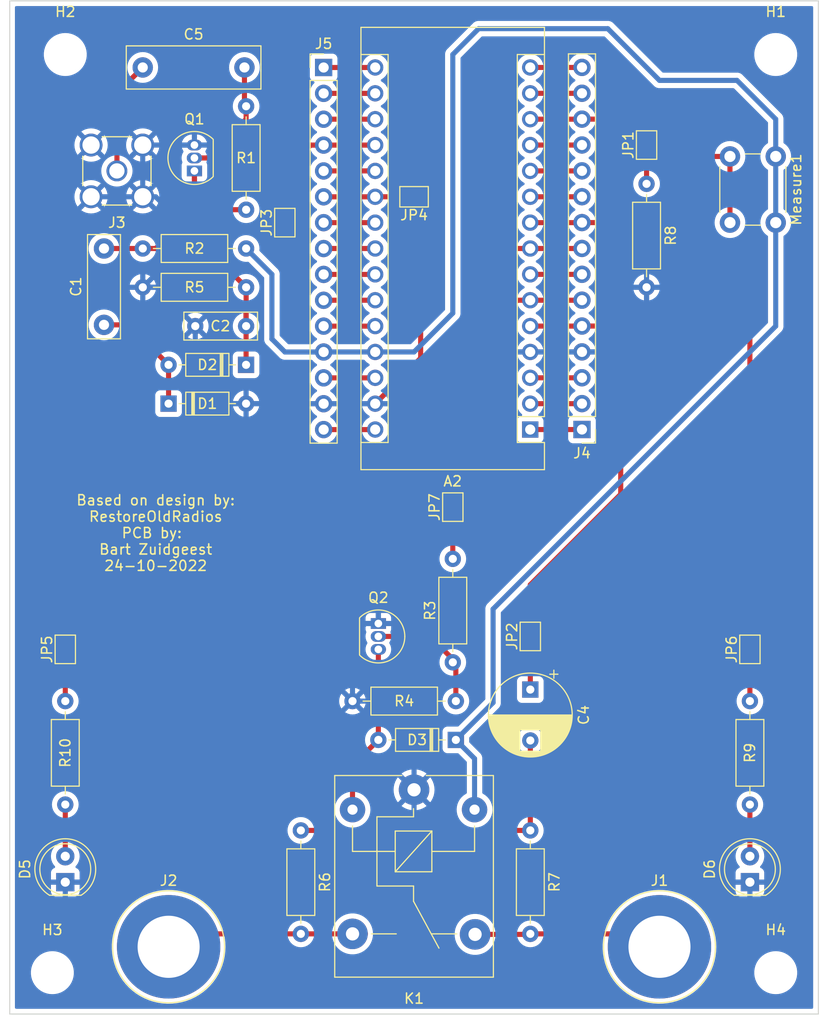
<source format=kicad_pcb>
(kicad_pcb (version 20211014) (generator pcbnew)
  (layers (0 "F.Cu" signal) (31 "B.Cu" signal) (34 "B.Paste" user) (35 "F.Paste" user) (36 "B.SilkS" user "B.Silkscreen") (37 "F.SilkS" user "F.Silkscreen") (38 "B.Mask" user) (39 "F.Mask" user) (44 "Edge.Cuts" user))
  (net 0 "")
  (net 1 "PIN1")
  (net 2 "PIN2")
  (net 3 "PIN3")
  (net 4 "PIN21")
  (net 5 "PIN5")
  (net 6 "PIN6")
  (net 7 "PIN7")
  (net 8 "PIN8")
  (net 9 "PIN9")
  (net 10 "PIN10")
  (net 11 "PIN11")
  (net 12 "PIN12")
  (net 13 "PIN13")
  (net 14 "PIN14")
  (net 15 "PIN15")
  (net 16 "PIN16")
  (net 17 "PINGND")
  (net 18 "PIN18")
  (net 19 "PIN19")
  (net 20 "PIN20")
  (net 21 "PIN22")
  (net 22 "PIN23")
  (net 23 "PIN24")
  (net 24 "PIN25")
  (net 25 "PIN26")
  (net 26 "Net-(C2-Pad1)")
  (net 27 "PIN28")
  (net 28 "Net-(C4-Pad1)")
  (net 29 "Net-(C1-Pad1)")
  (net 30 "Net-(C1-Pad2)")
  (net 31 "Net-(C4-Pad2)")
  (net 32 "Net-(C5-Pad1)")
  (net 33 "Net-(C5-Pad2)")
  (net 34 "Net-(D3-Pad2)")
  (net 35 "Net-(D5-Pad2)")
  (net 36 "Net-(D6-Pad2)")
  (net 37 "PIN17")
  (net 38 "PIN27")
  (net 39 "PIN30")
  (net 40 "Net-(J1-Pad1)")
  (net 41 "Net-(J2-Pad1)")
  (net 42 "Net-(Q2-Pad2)")
  (net 43 "Net-(JP1-Pad1)")
  (net 44 "Net-(JP5-Pad1)")
  (net 45 "Net-(JP6-Pad1)")
  (net 46 "Net-(JP7-Pad1)")
  (footprint "LED_THT:LED_D5.0mm" (layer "F.Cu") (at 128.27 146.05 90)
    (fp_text reference "D6" (at 1.27 -3.96 90) (layer "F.SilkS"))
    (fp_text value "LED_RIGHT")
    (pad "1" thru_hole rect (at 0 0 90) (size 1.8 1.8) (drill 0.9) (layers *.Cu *.Mask) (net 17 "PINGND"))
    (pad "2" thru_hole circle (at 2.54 0 90) (size 1.8 1.8) (drill 0.9) (layers *.Cu *.Mask) (net 36 "Net-(D6-Pad2)"))
  )
  (footprint "Jumper:SolderJumper-2_P1.3mm_Bridged_Pad1.0x1.5mm" (layer "F.Cu") (at 60.96 123.19 90)
    (fp_text reference "JP5" (at 0 -1.8 90) (layer "F.SilkS"))
    (fp_text value " ")
    (fp_poly (pts (xy -0.25 -0.3) (xy 0.25 -0.3) (xy 0.25 0.3) (xy -0.25 0.3)) (layer "F.Cu") (width 0) (fill solid))
    (pad "1" smd rect (at -0.65 0 90) (size 1 1.5) (layers "F.Cu" "F.Mask") (net 44 "Net-(JP5-Pad1)"))
    (pad "2" smd rect (at 0.65 0 90) (size 1 1.5) (layers "F.Cu" "F.Mask") (net 8 "PIN8"))
  )
  (footprint "Connector:Banana_Jack_1Pin" (layer "F.Cu") (at 71.12 152.4)
    (fp_text reference "J2" (at 0 -6.5) (layer "F.SilkS"))
    (fp_text value "Red")
    (pad "1" thru_hole circle (at 0 0) (size 10.16 10.16) (drill 6.1) (layers *.Cu *.Mask) (net 41 "Net-(J2-Pad1)"))
  )
  (footprint "Diode_THT:D_DO-35_SOD27_P7.62mm_Horizontal" (layer "F.Cu") (at 71.115 99.055)
    (fp_text reference "D1" (at 3.81 0) (layer "F.SilkS"))
    (fp_text value "1N34A")
    (pad "1" thru_hole rect (at 0 0) (size 1.6 1.6) (drill 0.8) (layers *.Cu *.Mask) (net 29 "Net-(C1-Pad1)"))
    (pad "2" thru_hole oval (at 7.62 0) (size 1.6 1.6) (drill 0.8) (layers *.Cu *.Mask) (net 17 "PINGND"))
  )
  (footprint "Resistor_THT:R_Axial_DIN0207_L6.3mm_D2.5mm_P10.16mm_Horizontal" (layer "F.Cu") (at 106.68 140.97 -90)
    (fp_text reference "R7" (at 5.08 -2.37 90) (layer "F.SilkS"))
    (fp_text value "R")
    (pad "1" thru_hole circle (at 0 0 270) (size 1.6 1.6) (drill 0.8) (layers *.Cu *.Mask) (net 31 "Net-(C4-Pad2)"))
    (pad "2" thru_hole oval (at 10.16 0 270) (size 1.6 1.6) (drill 0.8) (layers *.Cu *.Mask) (net 40 "Net-(J1-Pad1)"))
  )
  (footprint "Resistor_THT:R_Axial_DIN0207_L6.3mm_D2.5mm_P10.16mm_Horizontal" (layer "F.Cu") (at 99.06 124.46 90)
    (fp_text reference "R3" (at 5.08 -2.24 90) (layer "F.SilkS"))
    (fp_text value "R")
    (pad "1" thru_hole circle (at 0 0 90) (size 1.6 1.6) (drill 0.8) (layers *.Cu *.Mask) (net 42 "Net-(Q2-Pad2)"))
    (pad "2" thru_hole oval (at 10.16 0 90) (size 1.6 1.6) (drill 0.8) (layers *.Cu *.Mask) (net 46 "Net-(JP7-Pad1)"))
  )
  (footprint "Jumper:SolderJumper-2_P1.3mm_Bridged_Pad1.0x1.5mm" (layer "F.Cu") (at 128.27 123.19 90)
    (fp_text reference "JP6" (at 0 -1.8 90) (layer "F.SilkS"))
    (fp_text value " ")
    (fp_poly (pts (xy -0.25 -0.3) (xy 0.25 -0.3) (xy 0.25 0.3) (xy -0.25 0.3)) (layer "F.Cu") (width 0) (fill solid))
    (pad "1" smd rect (at -0.65 0 90) (size 1 1.5) (layers "F.Cu" "F.Mask") (net 45 "Net-(JP6-Pad1)"))
    (pad "2" smd rect (at 0.65 0 90) (size 1 1.5) (layers "F.Cu" "F.Mask") (net 9 "PIN9"))
  )
  (footprint "Resistor_THT:R_Axial_DIN0207_L6.3mm_D2.5mm_P10.16mm_Horizontal" (layer "F.Cu") (at 78.74 87.63 180)
    (fp_text reference "R5" (at 5.08 0) (layer "F.SilkS"))
    (fp_text value "R")
    (pad "1" thru_hole circle (at 0 0 180) (size 1.6 1.6) (drill 0.8) (layers *.Cu *.Mask) (net 26 "Net-(C2-Pad1)"))
    (pad "2" thru_hole oval (at 10.16 0 180) (size 1.6 1.6) (drill 0.8) (layers *.Cu *.Mask) (net 17 "PINGND"))
  )
  (footprint "Capacitor_THT:CP_Radial_D8.0mm_P5.00mm" (layer "F.Cu") (at 106.68 127.137349 -90)
    (fp_text reference "C4" (at 2.5 -5.25 90) (layer "F.SilkS"))
    (fp_text value "330uf")
    (pad "1" thru_hole rect (at 0 0 270) (size 1.6 1.6) (drill 0.8) (layers *.Cu *.Mask) (net 28 "Net-(C4-Pad1)"))
    (pad "2" thru_hole circle (at 5 0 270) (size 1.6 1.6) (drill 0.8) (layers *.Cu *.Mask) (net 31 "Net-(C4-Pad2)"))
  )
  (footprint "LED_THT:LED_D5.0mm" (layer "F.Cu") (at 60.96 146.05 90)
    (fp_text reference "D5" (at 1.27 -3.96 90) (layer "F.SilkS"))
    (fp_text value "LED_LEFT")
    (pad "1" thru_hole rect (at 0 0 90) (size 1.8 1.8) (drill 0.9) (layers *.Cu *.Mask) (net 17 "PINGND"))
    (pad "2" thru_hole circle (at 2.54 0 90) (size 1.8 1.8) (drill 0.9) (layers *.Cu *.Mask) (net 35 "Net-(D5-Pad2)"))
  )
  (footprint "MountingHole:MountingHole_3.2mm_M3" (layer "F.Cu") (at 130.81 154.94)
    (fp_text reference "H4" (at 0 -4.2) (layer "F.SilkS"))
    (fp_text value "MountingHole")
    (pad "" np_thru_hole circle (at 0 0) (size 3.2 3.2) (drill 3.2) (layers *.Cu *.Mask))
  )
  (footprint "Jumper:SolderJumper-2_P1.3mm_Bridged_Pad1.0x1.5mm" (layer "F.Cu") (at 118.11 73.66 90)
    (fp_text reference "JP1" (at 0 -1.8 90) (layer "F.SilkS"))
    (fp_text value " ")
    (fp_poly (pts (xy -0.25 -0.3) (xy 0.25 -0.3) (xy 0.25 0.3) (xy -0.25 0.3)) (layer "F.Cu") (width 0) (fill solid))
    (pad "1" smd rect (at -0.65 0 90) (size 1 1.5) (layers "F.Cu" "F.Mask") (net 43 "Net-(JP1-Pad1)"))
    (pad "2" smd rect (at 0.65 0 90) (size 1 1.5) (layers "F.Cu" "F.Mask") (net 13 "PIN13"))
  )
  (footprint "Capacitor_THT:C_Rect_L13.0mm_W4.0mm_P10.00mm_FKS3_FKP3_MKS4" (layer "F.Cu") (at 68.575 66.04)
    (fp_text reference "C5" (at 5 -3.25) (layer "F.SilkS"))
    (fp_text value "0.15uf")
    (pad "1" thru_hole circle (at 0 0) (size 2 2) (drill 1) (layers *.Cu *.Mask) (net 32 "Net-(C5-Pad1)"))
    (pad "2" thru_hole circle (at 10 0) (size 2 2) (drill 1) (layers *.Cu *.Mask) (net 33 "Net-(C5-Pad2)"))
  )
  (footprint "MountingHole:MountingHole_3.2mm_M3" (layer "F.Cu") (at 60.96 64.77)
    (fp_text reference "H2" (at 0 -4.2) (layer "F.SilkS"))
    (fp_text value "MountingHole")
    (pad "" np_thru_hole circle (at 0 0) (size 3.2 3.2) (drill 3.2) (layers *.Cu *.Mask))
  )
  (footprint "Resistor_THT:R_Axial_DIN0207_L6.3mm_D2.5mm_P10.16mm_Horizontal" (layer "F.Cu") (at 78.74 83.82 180)
    (fp_text reference "R2" (at 5.08 0) (layer "F.SilkS"))
    (fp_text value "R")
    (pad "1" thru_hole circle (at 0 0 180) (size 1.6 1.6) (drill 0.8) (layers *.Cu *.Mask) (net 38 "PIN27"))
    (pad "2" thru_hole oval (at 10.16 0 180) (size 1.6 1.6) (drill 0.8) (layers *.Cu *.Mask) (net 30 "Net-(C1-Pad2)"))
  )
  (footprint "Capacitor_THT:C_Rect_L7.0mm_W2.5mm_P5.00mm" (layer "F.Cu") (at 78.74 91.44 180)
    (fp_text reference "C2" (at 2.535 0 180) (layer "F.SilkS"))
    (fp_text value "0.47uf")
    (pad "1" thru_hole circle (at 0 0 180) (size 1.6 1.6) (drill 0.8) (layers *.Cu *.Mask) (net 26 "Net-(C2-Pad1)"))
    (pad "2" thru_hole circle (at 5 0 180) (size 1.6 1.6) (drill 0.8) (layers *.Cu *.Mask) (net 17 "PINGND"))
  )
  (footprint "Connector:Banana_Jack_1Pin" (layer "F.Cu") (at 119.38 152.4)
    (fp_text reference "J1" (at 0 -6.5) (layer "F.SilkS"))
    (fp_text value "Black")
    (pad "1" thru_hole circle (at 0 0) (size 10.16 10.16) (drill 6.1) (layers *.Cu *.Mask) (net 40 "Net-(J1-Pad1)"))
  )
  (footprint "MountingHole:MountingHole_3.2mm_M3" (layer "F.Cu") (at 59.69 154.94)
    (fp_text reference "H3" (at 0 -4.2) (layer "F.SilkS"))
    (fp_text value "MountingHole")
    (pad "" np_thru_hole circle (at 0 0) (size 3.2 3.2) (drill 3.2) (layers *.Cu *.Mask))
  )
  (footprint "Jumper:SolderJumper-2_P1.3mm_Bridged_Pad1.0x1.5mm" (layer "F.Cu") (at 82.545 81.28 90)
    (fp_text reference "JP3" (at 0 -1.8 90) (layer "F.SilkS"))
    (fp_text value " ")
    (fp_poly (pts (xy -0.25 -0.3) (xy 0.25 -0.3) (xy 0.25 0.3) (xy -0.25 0.3)) (layer "F.Cu") (width 0) (fill solid))
    (pad "1" smd rect (at -0.65 0 90) (size 1 1.5) (layers "F.Cu" "F.Mask") (net 26 "Net-(C2-Pad1)"))
    (pad "2" smd rect (at 0.65 0 90) (size 1 1.5) (layers "F.Cu" "F.Mask") (net 19 "PIN19"))
  )
  (footprint "Diode_THT:D_DO-35_SOD27_P7.62mm_Horizontal" (layer "F.Cu") (at 78.735 95.245 180)
    (fp_text reference "D2" (at 3.81 0) (layer "F.SilkS"))
    (fp_text value "1N34A")
    (pad "1" thru_hole rect (at 0 0 180) (size 1.6 1.6) (drill 0.8) (layers *.Cu *.Mask) (net 26 "Net-(C2-Pad1)"))
    (pad "2" thru_hole oval (at 7.62 0 180) (size 1.6 1.6) (drill 0.8) (layers *.Cu *.Mask) (net 29 "Net-(C1-Pad1)"))
  )
  (footprint "Diode_THT:D_DO-35_SOD27_P7.62mm_Horizontal" (layer "F.Cu") (at 99.36 132.08 180)
    (fp_text reference "D3" (at 3.81 0) (layer "F.SilkS"))
    (fp_text value "1N4148")
    (pad "1" thru_hole rect (at 0 0 180) (size 1.6 1.6) (drill 0.8) (layers *.Cu *.Mask) (net 38 "PIN27"))
    (pad "2" thru_hole oval (at 7.62 0 180) (size 1.6 1.6) (drill 0.8) (layers *.Cu *.Mask) (net 34 "Net-(D3-Pad2)"))
  )
  (footprint "Connector_PinHeader_2.54mm:PinHeader_1x15_P2.54mm_Vertical" (layer "F.Cu") (at 86.36 66.045)
    (fp_text reference "J5" (at 0 -2.33) (layer "F.SilkS"))
    (fp_text value "Conn_01x15_Male")
    (pad "1" thru_hole rect (at 0 0) (size 1.7 1.7) (drill 1) (layers *.Cu *.Mask) (net 16 "PIN16"))
    (pad "2" thru_hole oval (at 0 2.54) (size 1.7 1.7) (drill 1) (layers *.Cu *.Mask) (net 37 "PIN17"))
    (pad "3" thru_hole oval (at 0 5.08) (size 1.7 1.7) (drill 1) (layers *.Cu *.Mask) (net 18 "PIN18"))
    (pad "4" thru_hole oval (at 0 7.62) (size 1.7 1.7) (drill 1) (layers *.Cu *.Mask) (net 19 "PIN19"))
    (pad "5" thru_hole oval (at 0 10.16) (size 1.7 1.7) (drill 1) (layers *.Cu *.Mask) (net 20 "PIN20"))
    (pad "6" thru_hole oval (at 0 12.7) (size 1.7 1.7) (drill 1) (layers *.Cu *.Mask) (net 4 "PIN21"))
    (pad "7" thru_hole oval (at 0 15.24) (size 1.7 1.7) (drill 1) (layers *.Cu *.Mask) (net 21 "PIN22"))
    (pad "8" thru_hole oval (at 0 17.78) (size 1.7 1.7) (drill 1) (layers *.Cu *.Mask) (net 22 "PIN23"))
    (pad "9" thru_hole oval (at 0 20.32) (size 1.7 1.7) (drill 1) (layers *.Cu *.Mask) (net 23 "PIN24"))
    (pad "10" thru_hole oval (at 0 22.86) (size 1.7 1.7) (drill 1) (layers *.Cu *.Mask) (net 24 "PIN25"))
    (pad "11" thru_hole oval (at 0 25.4) (size 1.7 1.7) (drill 1) (layers *.Cu *.Mask) (net 25 "PIN26"))
    (pad "12" thru_hole oval (at 0 27.94) (size 1.7 1.7) (drill 1) (layers *.Cu *.Mask) (net 38 "PIN27"))
    (pad "13" thru_hole oval (at 0 30.48) (size 1.7 1.7) (drill 1) (layers *.Cu *.Mask) (net 27 "PIN28"))
    (pad "14" thru_hole oval (at 0 33.02) (size 1.7 1.7) (drill 1) (layers *.Cu *.Mask) (net 17 "PINGND"))
    (pad "15" thru_hole oval (at 0 35.56) (size 1.7 1.7) (drill 1) (layers *.Cu *.Mask) (net 39 "PIN30"))
  )
  (footprint "Package_TO_SOT_THT:TO-92_Inline" (layer "F.Cu") (at 73.655 76.2 90)
    (fp_text reference "Q1" (at 5.08 0 180) (layer "F.SilkS"))
    (fp_text value "BC547")
    (pad "1" thru_hole rect (at 0 0 90) (size 1.05 1.5) (drill 0.75) (layers *.Cu *.Mask) (net 30 "Net-(C1-Pad2)"))
    (pad "2" thru_hole oval (at 1.27 0 90) (size 1.05 1.5) (drill 0.75) (layers *.Cu *.Mask) (net 33 "Net-(C5-Pad2)"))
    (pad "3" thru_hole oval (at 2.54 0 90) (size 1.05 1.5) (drill 0.75) (layers *.Cu *.Mask) (net 17 "PINGND"))
  )
  (footprint "Relay_THT:Relay_SPDT_SANYOU_SRD_Series_Form_C" (layer "F.Cu") (at 95.25 136.98 -90)
    (fp_text reference "K1" (at 20.5 0 180) (layer "F.SilkS"))
    (fp_text value "SANYOU_SRD_Form_C")
    (pad "1" thru_hole circle (at 0 0) (size 3 3) (drill 1.3) (layers *.Cu *.Mask) (net 17 "PINGND"))
    (pad "2" thru_hole circle (at 1.95 6.05) (size 2.5 2.5) (drill 1) (layers *.Cu *.Mask) (net 34 "Net-(D3-Pad2)"))
    (pad "3" thru_hole circle (at 14.15 6.05) (size 3 3) (drill 1.3) (layers *.Cu *.Mask) (net 41 "Net-(J2-Pad1)"))
    (pad "4" thru_hole circle (at 14.2 -6) (size 3 3) (drill 1.3) (layers *.Cu *.Mask) (net 40 "Net-(J1-Pad1)"))
    (pad "5" thru_hole circle (at 1.95 -5.95) (size 2.5 2.5) (drill 1) (layers *.Cu *.Mask) (net 38 "PIN27"))
  )
  (footprint "Connector_PinHeader_2.54mm:PinHeader_1x15_P2.54mm_Vertical" (layer "F.Cu") (at 111.76 101.595 180)
    (fp_text reference "J4" (at 0 -2.33) (layer "F.SilkS"))
    (fp_text value "Conn_01x15_Male")
    (pad "1" thru_hole rect (at 0 0 180) (size 1.7 1.7) (drill 1) (layers *.Cu *.Mask) (net 1 "PIN1"))
    (pad "2" thru_hole oval (at 0 2.54 180) (size 1.7 1.7) (drill 1) (layers *.Cu *.Mask) (net 2 "PIN2"))
    (pad "3" thru_hole oval (at 0 5.08 180) (size 1.7 1.7) (drill 1) (layers *.Cu *.Mask) (net 3 "PIN3"))
    (pad "4" thru_hole oval (at 0 7.62 180) (size 1.7 1.7) (drill 1) (layers *.Cu *.Mask) (net 17 "PINGND"))
    (pad "5" thru_hole oval (at 0 10.16 180) (size 1.7 1.7) (drill 1) (layers *.Cu *.Mask) (net 5 "PIN5"))
    (pad "6" thru_hole oval (at 0 12.7 180) (size 1.7 1.7) (drill 1) (layers *.Cu *.Mask) (net 6 "PIN6"))
    (pad "7" thru_hole oval (at 0 15.24 180) (size 1.7 1.7) (drill 1) (layers *.Cu *.Mask) (net 7 "PIN7"))
    (pad "8" thru_hole oval (at 0 17.78 180) (size 1.7 1.7) (drill 1) (layers *.Cu *.Mask) (net 8 "PIN8"))
    (pad "9" thru_hole oval (at 0 20.32 180) (size 1.7 1.7) (drill 1) (layers *.Cu *.Mask) (net 9 "PIN9"))
    (pad "10" thru_hole oval (at 0 22.86 180) (size 1.7 1.7) (drill 1) (layers *.Cu *.Mask) (net 10 "PIN10"))
    (pad "11" thru_hole oval (at 0 25.4 180) (size 1.7 1.7) (drill 1) (layers *.Cu *.Mask) (net 11 "PIN11"))
    (pad "12" thru_hole oval (at 0 27.94 180) (size 1.7 1.7) (drill 1) (layers *.Cu *.Mask) (net 12 "PIN12"))
    (pad "13" thru_hole oval (at 0 30.48 180) (size 1.7 1.7) (drill 1) (layers *.Cu *.Mask) (net 13 "PIN13"))
    (pad "14" thru_hole oval (at 0 33.02 180) (size 1.7 1.7) (drill 1) (layers *.Cu *.Mask) (net 14 "PIN14"))
    (pad "15" thru_hole oval (at 0 35.56 180) (size 1.7 1.7) (drill 1) (layers *.Cu *.Mask) (net 15 "PIN15"))
  )
  (footprint "Resistor_THT:R_Axial_DIN0207_L6.3mm_D2.5mm_P10.16mm_Horizontal" (layer "F.Cu") (at 89.2 128.27)
    (fp_text reference "R4" (at 5.08 0) (layer "F.SilkS"))
    (fp_text value "R")
    (pad "1" thru_hole circle (at 0 0) (size 1.6 1.6) (drill 0.8) (layers *.Cu *.Mask) (net 17 "PINGND"))
    (pad "2" thru_hole oval (at 10.16 0) (size 1.6 1.6) (drill 0.8) (layers *.Cu *.Mask) (net 42 "Net-(Q2-Pad2)"))
  )
  (footprint "Jumper:SolderJumper-2_P1.3mm_Bridged_Pad1.0x1.5mm" (layer "F.Cu") (at 106.68 121.92 90)
    (fp_text reference "JP2" (at 0 -1.8 90) (layer "F.SilkS"))
    (fp_text value " ")
    (fp_poly (pts (xy -0.25 -0.3) (xy 0.25 -0.3) (xy 0.25 0.3) (xy -0.25 0.3)) (layer "F.Cu") (width 0) (fill solid))
    (pad "1" smd rect (at -0.65 0 90) (size 1 1.5) (layers "F.Cu" "F.Mask") (net 28 "Net-(C4-Pad1)"))
    (pad "2" smd rect (at 0.65 0 90) (size 1 1.5) (layers "F.Cu" "F.Mask") (net 5 "PIN5"))
  )
  (footprint "Resistor_THT:R_Axial_DIN0207_L6.3mm_D2.5mm_P10.16mm_Horizontal" (layer "F.Cu") (at 128.27 128.27 -90)
    (fp_text reference "R9" (at 5.08 0 90) (layer "F.SilkS"))
    (fp_text value "R")
    (pad "1" thru_hole circle (at 0 0 270) (size 1.6 1.6) (drill 0.8) (layers *.Cu *.Mask) (net 45 "Net-(JP6-Pad1)"))
    (pad "2" thru_hole oval (at 10.16 0 270) (size 1.6 1.6) (drill 0.8) (layers *.Cu *.Mask) (net 36 "Net-(D6-Pad2)"))
  )
  (footprint "Resistor_THT:R_Axial_DIN0207_L6.3mm_D2.5mm_P10.16mm_Horizontal" (layer "F.Cu") (at 78.74 80.01 90)
    (fp_text reference "R1" (at 5.08 0 180) (layer "F.SilkS"))
    (fp_text value "R")
    (pad "1" thru_hole circle (at 0 0 90) (size 1.6 1.6) (drill 0.8) (layers *.Cu *.Mask) (net 30 "Net-(C1-Pad2)"))
    (pad "2" thru_hole oval (at 10.16 0 90) (size 1.6 1.6) (drill 0.8) (layers *.Cu *.Mask) (net 33 "Net-(C5-Pad2)"))
  )
  (footprint "Jumper:SolderJumper-2_P1.3mm_Bridged_Pad1.0x1.5mm" (layer "F.Cu") (at 99.06 109.22 90)
    (fp_text reference "JP7" (at 0 -1.8 90) (layer "F.SilkS"))
    (fp_text value " ")
    (fp_poly (pts (xy -0.25 -0.3) (xy 0.25 -0.3) (xy 0.25 0.3) (xy -0.25 0.3)) (layer "F.Cu") (width 0) (fill solid))
    (pad "1" smd rect (at -0.65 0 90) (size 1 1.5) (layers "F.Cu" "F.Mask") (net 46 "Net-(JP7-Pad1)"))
    (pad "2" smd rect (at 0.65 0 90) (size 1 1.5) (layers "F.Cu" "F.Mask") (net 6 "PIN6"))
  )
  (footprint "Package_TO_SOT_THT:TO-92_Inline" (layer "F.Cu") (at 91.74 120.65 -90)
    (fp_text reference "Q2" (at -2.54 0 180) (layer "F.SilkS"))
    (fp_text value "2N3904")
    (pad "1" thru_hole rect (at 0 0 270) (size 1.05 1.5) (drill 0.75) (layers *.Cu *.Mask) (net 17 "PINGND"))
    (pad "2" thru_hole oval (at 1.27 0 270) (size 1.05 1.5) (drill 0.75) (layers *.Cu *.Mask) (net 42 "Net-(Q2-Pad2)"))
    (pad "3" thru_hole oval (at 2.54 0 270) (size 1.05 1.5) (drill 0.75) (layers *.Cu *.Mask) (net 34 "Net-(D3-Pad2)"))
  )
  (footprint "MountingHole:MountingHole_3.2mm_M3" (layer "F.Cu") (at 130.81 64.77)
    (fp_text reference "H1" (at 0 -4.2) (layer "F.SilkS"))
    (fp_text value "MountingHole")
    (pad "" np_thru_hole circle (at 0 0) (size 3.2 3.2) (drill 3.2) (layers *.Cu *.Mask))
  )
  (footprint "Button_Switch_THT:SW_PUSH_6mm" (layer "F.Cu") (at 130.81 74.78 -90)
    (fp_text reference "Measure1" (at 3.25 -2 90) (layer "F.SilkS"))
    (fp_text value "SW_Push")
    (pad "1" thru_hole circle (at 0 0) (size 2 2) (drill 1.1) (layers *.Cu *.Mask) (net 38 "PIN27"))
    (pad "1" thru_hole circle (at 6.5 0) (size 2 2) (drill 1.1) (layers *.Cu *.Mask) (net 38 "PIN27"))
    (pad "2" thru_hole circle (at 0 4.5) (size 2 2) (drill 1.1) (layers *.Cu *.Mask) (net 43 "Net-(JP1-Pad1)"))
    (pad "2" thru_hole circle (at 6.5 4.5) (size 2 2) (drill 1.1) (layers *.Cu *.Mask) (net 43 "Net-(JP1-Pad1)"))
  )
  (footprint "Resistor_THT:R_Axial_DIN0207_L6.3mm_D2.5mm_P10.16mm_Horizontal" (layer "F.Cu") (at 118.11 77.47 -90)
    (fp_text reference "R8" (at 5.08 -2.37 90) (layer "F.SilkS"))
    (fp_text value "R")
    (pad "1" thru_hole circle (at 0 0 270) (size 1.6 1.6) (drill 0.8) (layers *.Cu *.Mask) (net 43 "Net-(JP1-Pad1)"))
    (pad "2" thru_hole oval (at 10.16 0 270) (size 1.6 1.6) (drill 0.8) (layers *.Cu *.Mask) (net 17 "PINGND"))
  )
  (footprint "Module:Arduino_Nano" (layer "F.Cu") (at 106.67 101.6 180)
    (fp_text reference "A2" (at 7.62 -5.08) (layer "F.SilkS"))
    (fp_text value "Arduino_Nano_Every")
    (pad "1" thru_hole rect (at 0 0 180) (size 1.6 1.6) (drill 1) (layers *.Cu *.Mask) (net 1 "PIN1"))
    (pad "2" thru_hole oval (at 0 2.54 180) (size 1.6 1.6) (drill 1) (layers *.Cu *.Mask) (net 2 "PIN2"))
    (pad "3" thru_hole oval (at 0 5.08 180) (size 1.6 1.6) (drill 1) (layers *.Cu *.Mask) (net 3 "PIN3"))
    (pad "4" thru_hole oval (at 0 7.62 180) (size 1.6 1.6) (drill 1) (layers *.Cu *.Mask) (net 17 "PINGND"))
    (pad "5" thru_hole oval (at 0 10.16 180) (size 1.6 1.6) (drill 1) (layers *.Cu *.Mask) (net 5 "PIN5"))
    (pad "6" thru_hole oval (at 0 12.7 180) (size 1.6 1.6) (drill 1) (layers *.Cu *.Mask) (net 6 "PIN6"))
    (pad "7" thru_hole oval (at 0 15.24 180) (size 1.6 1.6) (drill 1) (layers *.Cu *.Mask) (net 7 "PIN7"))
    (pad "8" thru_hole oval (at 0 17.78 180) (size 1.6 1.6) (drill 1) (layers *.Cu *.Mask) (net 8 "PIN8"))
    (pad "9" thru_hole oval (at 0 20.32 180) (size 1.6 1.6) (drill 1) (layers *.Cu *.Mask) (net 9 "PIN9"))
    (pad "10" thru_hole oval (at 0 22.86 180) (size 1.6 1.6) (drill 1) (layers *.Cu *.Mask) (net 10 "PIN10"))
    (pad "11" thru_hole oval (at 0 25.4 180) (size 1.6 1.6) (drill 1) (layers *.Cu *.Mask) (net 11 "PIN11"))
    (pad "12" thru_hole oval (at 0 27.94 180) (size 1.6 1.6) (drill 1) (layers *.Cu *.Mask) (net 12 "PIN12"))
    (pad "13" thru_hole oval (at 0 30.48 180) (size 1.6 1.6) (drill 1) (layers *.Cu *.Mask) (net 13 "PIN13"))
    (pad "14" thru_hole oval (at 0 33.02 180) (size 1.6 1.6) (drill 1) (layers *.Cu *.Mask) (net 14 "PIN14"))
    (pad "15" thru_hole oval (at 0 35.56 180) (size 1.6 1.6) (drill 1) (layers *.Cu *.Mask) (net 15 "PIN15"))
    (pad "16" thru_hole oval (at 15.24 35.56 180) (size 1.6 1.6) (drill 1) (layers *.Cu *.Mask) (net 16 "PIN16"))
    (pad "17" thru_hole oval (at 15.24 33.02 180) (size 1.6 1.6) (drill 1) (layers *.Cu *.Mask) (net 37 "PIN17"))
    (pad "18" thru_hole oval (at 15.24 30.48 180) (size 1.6 1.6) (drill 1) (layers *.Cu *.Mask) (net 18 "PIN18"))
    (pad "19" thru_hole oval (at 15.24 27.94 180) (size 1.6 1.6) (drill 1) (layers *.Cu *.Mask) (net 19 "PIN19"))
    (pad "20" thru_hole oval (at 15.24 25.4 180) (size 1.6 1.6) (drill 1) (layers *.Cu *.Mask) (net 20 "PIN20"))
    (pad "21" thru_hole oval (at 15.24 22.86 180) (size 1.6 1.6) (drill 1) (layers *.Cu *.Mask) (net 4 "PIN21"))
    (pad "22" thru_hole oval (at 15.24 20.32 180) (size 1.6 1.6) (drill 1) (layers *.Cu *.Mask) (net 21 "PIN22"))
    (pad "23" thru_hole oval (at 15.24 17.78 180) (size 1.6 1.6) (drill 1) (layers *.Cu *.Mask) (net 22 "PIN23"))
    (pad "24" thru_hole oval (at 15.24 15.24 180) (size 1.6 1.6) (drill 1) (layers *.Cu *.Mask) (net 23 "PIN24"))
    (pad "25" thru_hole oval (at 15.24 12.7 180) (size 1.6 1.6) (drill 1) (layers *.Cu *.Mask) (net 24 "PIN25"))
    (pad "26" thru_hole oval (at 15.24 10.16 180) (size 1.6 1.6) (drill 1) (layers *.Cu *.Mask) (net 25 "PIN26"))
    (pad "27" thru_hole oval (at 15.24 7.62 180) (size 1.6 1.6) (drill 1) (layers *.Cu *.Mask) (net 38 "PIN27"))
    (pad "28" thru_hole oval (at 15.24 5.08 180) (size 1.6 1.6) (drill 1) (layers *.Cu *.Mask) (net 27 "PIN28"))
    (pad "29" thru_hole oval (at 15.24 2.54 180) (size 1.6 1.6) (drill 1) (layers *.Cu *.Mask) (net 17 "PINGND"))
    (pad "30" thru_hole oval (at 15.24 0 180) (size 1.6 1.6) (drill 1) (layers *.Cu *.Mask) (net 39 "PIN30"))
  )
  (footprint "Jumper:SolderJumper-2_P1.3mm_Bridged_Pad1.0x1.5mm" (layer "F.Cu") (at 95.25 78.74 180)
    (fp_text reference "JP4" (at 0 -1.8) (layer "F.SilkS"))
    (fp_text value " ")
    (fp_poly (pts (xy -0.25 -0.3) (xy 0.25 -0.3) (xy 0.25 0.3) (xy -0.25 0.3)) (layer "F.Cu") (width 0) (fill solid))
    (pad "1" smd rect (at -0.65 0 180) (size 1 1.5) (layers "F.Cu" "F.Mask") (net 17 "PINGND"))
    (pad "2" smd rect (at 0.65 0 180) (size 1 1.5) (layers "F.Cu" "F.Mask") (net 4 "PIN21"))
  )
  (footprint "Resistor_THT:R_Axial_DIN0207_L6.3mm_D2.5mm_P10.16mm_Horizontal" (layer "F.Cu") (at 84.12 140.97 -90)
    (fp_text reference "R6" (at 5.08 -2.37 90) (layer "F.SilkS"))
    (fp_text value "R")
    (pad "1" thru_hole circle (at 0 0 270) (size 1.6 1.6) (drill 0.8) (layers *.Cu *.Mask) (net 31 "Net-(C4-Pad2)"))
    (pad "2" thru_hole oval (at 10.16 0 270) (size 1.6 1.6) (drill 0.8) (layers *.Cu *.Mask) (net 41 "Net-(J2-Pad1)"))
  )
  (footprint "Capacitor_THT:C_Rect_L10.0mm_W3.0mm_P7.50mm_MKS4" (layer "F.Cu") (at 64.765 91.32 90)
    (fp_text reference "C1" (at 3.75 -2.75 90) (layer "F.SilkS"))
    (fp_text value "0.01uf")
    (pad "1" thru_hole circle (at 0 0 90) (size 2 2) (drill 1) (layers *.Cu *.Mask) (net 29 "Net-(C1-Pad1)"))
    (pad "2" thru_hole circle (at 7.5 0 90) (size 2 2) (drill 1) (layers *.Cu *.Mask) (net 30 "Net-(C1-Pad2)"))
  )
  (footprint "Connector_Coaxial:SMA_Amphenol_901-144_Vertical" (layer "F.Cu") (at 66.035 76.2 90)
    (fp_text reference "J3" (at -5.08 0 180) (layer "F.SilkS"))
    (fp_text value "Signal")
    (pad "1" thru_hole circle (at 0 0 90) (size 2.05 2.05) (drill 1.5) (layers *.Cu *.Mask) (net 32 "Net-(C5-Pad1)"))
    (pad "2" thru_hole circle (at 2.54 2.54 90) (size 2.25 2.25) (drill 1.7) (layers *.Cu *.Mask) (net 17 "PINGND"))
    (pad "2" thru_hole circle (at -2.54 2.54 90) (size 2.25 2.25) (drill 1.7) (layers *.Cu *.Mask) (net 17 "PINGND"))
    (pad "2" thru_hole circle (at -2.54 -2.54 90) (size 2.25 2.25) (drill 1.7) (layers *.Cu *.Mask) (net 17 "PINGND"))
    (pad "2" thru_hole circle (at 2.54 -2.54 90) (size 2.25 2.25) (drill 1.7) (layers *.Cu *.Mask) (net 17 "PINGND"))
  )
  (footprint "Resistor_THT:R_Axial_DIN0207_L6.3mm_D2.5mm_P10.16mm_Horizontal" (layer "F.Cu") (at 60.96 138.43 90)
    (fp_text reference "R10" (at 5.08 0 90) (layer "F.SilkS"))
    (fp_text value "R")
    (pad "1" thru_hole circle (at 0 0 90) (size 1.6 1.6) (drill 0.8) (layers *.Cu *.Mask) (net 35 "Net-(D5-Pad2)"))
    (pad "2" thru_hole oval (at 10.16 0 90) (size 1.6 1.6) (drill 0.8) (layers *.Cu *.Mask) (net 44 "Net-(JP5-Pad1)"))
  )
  (gr_line (start 55.5 159) (end 135 159) (layer "Edge.Cuts") (width 0.1))
  (gr_line (start 135 159) (end 135 59.5) (layer "Edge.Cuts") (width 0.1))
  (gr_line (start 135 59.5) (end 55.5 59.5) (layer "Edge.Cuts") (width 0.1))
  (gr_line (start 55.5 159) (end 55.5 59.5) (layer "Edge.Cuts") (width 0.1))
  (gr_text "Based on design by:\nRestoreOldRadios\nPCB by: \nBart Zuidgeest\n24-10-2022" (at 69.85 111.76) (layer "F.SilkS") (effects (font (size 1 1))))
  (segment (start 106.67 101.6) (end 111.755 101.6) (width 0.5) (layer "F.Cu") (net 1))
  (segment (start 111.755 101.6) (end 111.76 101.595) (width 0.5) (layer "F.Cu") (net 1))
  (segment (start 111.755 99.06) (end 111.76 99.055) (width 0.5) (layer "F.Cu") (net 2))
  (segment (start 106.67 99.06) (end 111.755 99.06) (width 0.5) (layer "F.Cu") (net 2))
  (segment (start 106.67 96.52) (end 111.755 96.52) (width 0.5) (layer "F.Cu") (net 3))
  (segment (start 111.755 96.52) (end 111.76 96.515) (width 0.5) (layer "F.Cu") (net 3))
  (segment (start 91.43 78.74) (end 94.6 78.74) (width 0.5) (layer "F.Cu") (net 4))
  (segment (start 86.36 78.745) (end 91.425 78.745) (width 0.5) (layer "F.Cu") (net 4))
  (segment (start 91.425 78.745) (end 91.43 78.74) (width 0.5) (layer "F.Cu") (net 4))
  (segment (start 114.295 91.435) (end 115.57 92.71) (width 0.5) (layer "F.Cu") (net 5))
  (segment (start 106.68 121.27) (end 106.68 116.84) (width 0.5) (layer "F.Cu") (net 5))
  (segment (start 111.755 91.44) (end 111.76 91.435) (width 0.5) (layer "F.Cu") (net 5))
  (segment (start 106.68 116.84) (end 115.57 107.95) (width 0.5) (layer "F.Cu") (net 5))
  (segment (start 106.67 91.44) (end 111.755 91.44) (width 0.5) (layer "F.Cu") (net 5))
  (segment (start 115.57 107.95) (end 115.57 92.71) (width 0.5) (layer "F.Cu") (net 5))
  (segment (start 111.76 91.435) (end 114.295 91.435) (width 0.5) (layer "F.Cu") (net 5))
  (segment (start 99.06 106.68) (end 102.87 102.87) (width 0.5) (layer "F.Cu") (net 6))
  (segment (start 99.06 108.57) (end 99.06 106.68) (width 0.5) (layer "F.Cu") (net 6))
  (segment (start 111.755 88.9) (end 111.76 88.895) (width 0.5) (layer "F.Cu") (net 6))
  (segment (start 102.87 91.44) (end 102.87 102.87) (width 0.5) (layer "F.Cu") (net 6))
  (segment (start 106.67 88.9) (end 111.755 88.9) (width 0.5) (layer "F.Cu") (net 6))
  (segment (start 105.41 88.9) (end 106.67 88.9) (width 0.5) (layer "F.Cu") (net 6))
  (segment (start 102.87 91.44) (end 105.41 88.9) (width 0.5) (layer "F.Cu") (net 6))
  (segment (start 111.755 86.36) (end 111.76 86.355) (width 0.5) (layer "F.Cu") (net 7))
  (segment (start 106.67 86.36) (end 111.755 86.36) (width 0.5) (layer "F.Cu") (net 7))
  (segment (start 100.33 86.36) (end 100.33 97.79) (width 0.5) (layer "F.Cu") (net 8))
  (segment (start 111.755 83.82) (end 111.76 83.815) (width 0.5) (layer "F.Cu") (net 8))
  (segment (start 75.58 122.54) (end 60.96 122.54) (width 0.5) (layer "F.Cu") (net 8))
  (segment (start 106.67 83.82) (end 102.87 83.82) (width 0.5) (layer "F.Cu") (net 8))
  (segment (start 102.87 83.82) (end 100.33 86.36) (width 0.5) (layer "F.Cu") (net 8))
  (segment (start 106.67 83.82) (end 111.755 83.82) (width 0.5) (layer "F.Cu") (net 8))
  (segment (start 100.33 97.79) (end 75.58 122.54) (width 0.5) (layer "F.Cu") (net 8))
  (segment (start 111.755 81.28) (end 111.76 81.275) (width 0.5) (layer "F.Cu") (net 9))
  (segment (start 128.27 88.9) (end 120.65 81.28) (width 0.5) (layer "F.Cu") (net 9))
  (segment (start 106.67 81.28) (end 111.755 81.28) (width 0.5) (layer "F.Cu") (net 9))
  (segment (start 128.27 122.54) (end 128.27 88.9) (width 0.5) (layer "F.Cu") (net 9))
  (segment (start 120.65 81.28) (end 111.76 81.275) (width 0.5) (layer "F.Cu") (net 9))
  (segment (start 106.67 78.74) (end 111.755 78.74) (width 0.5) (layer "F.Cu") (net 10))
  (segment (start 111.755 78.74) (end 111.76 78.735) (width 0.5) (layer "F.Cu") (net 10))
  (segment (start 106.67 76.2) (end 111.755 76.2) (width 0.5) (layer "F.Cu") (net 11))
  (segment (start 111.755 76.2) (end 111.76 76.195) (width 0.5) (layer "F.Cu") (net 11))
  (segment (start 111.755 73.66) (end 111.76 73.655) (width 0.5) (layer "F.Cu") (net 12))
  (segment (start 106.67 73.66) (end 111.755 73.66) (width 0.5) (layer "F.Cu") (net 12))
  (segment (start 116.215 71.115) (end 111.76 71.115) (width 0.5) (layer "F.Cu") (net 13))
  (segment (start 106.67 71.12) (end 111.755 71.12) (width 0.5) (layer "F.Cu") (net 13))
  (segment (start 111.755 71.12) (end 111.76 71.115) (width 0.5) (layer "F.Cu") (net 13))
  (segment (start 118.11 73.01) (end 116.215 71.115) (width 0.5) (layer "F.Cu") (net 13))
  (segment (start 106.67 68.58) (end 111.755 68.58) (width 0.5) (layer "F.Cu") (net 14))
  (segment (start 111.755 68.58) (end 111.76 68.575) (width 0.5) (layer "F.Cu") (net 14))
  (segment (start 106.67 66.04) (end 111.755 66.04) (width 0.5) (layer "F.Cu") (net 15))
  (segment (start 111.755 66.04) (end 111.76 66.035) (width 0.5) (layer "F.Cu") (net 15))
  (segment (start 86.36 66.045) (end 91.425 66.045) (width 0.5) (layer "F.Cu") (net 16))
  (segment (start 91.425 66.045) (end 91.43 66.04) (width 0.5) (layer "F.Cu") (net 16))
  (segment (start 95.9 78.74) (end 95.9 94.63) (width 0.5) (layer "F.Cu") (net 17))
  (segment (start 95.9 94.63) (end 95.86 94.63) (width 0.5) (layer "F.Cu") (net 17))
  (segment (start 95.86 94.63) (end 91.43 99.06) (width 0.5) (layer "F.Cu") (net 17))
  (segment (start 128.27 146.05) (end 63.5 146.05) (width 0.5) (layer "B.Cu") (net 17))
  (segment (start 93.01 128.27) (end 89.2 128.27) (width 0.5) (layer "B.Cu") (net 17))
  (segment (start 90.47 120.65) (end 89.2 121.92) (width 0.5) (layer "B.Cu") (net 17))
  (segment (start 60.96 146.05) (end 64.77 146.05) (width 0.5) (layer "B.Cu") (net 17))
  (segment (start 95.25 136.98) (end 95.25 130.51) (width 0.5) (layer "B.Cu") (net 17))
  (segment (start 76.355 99.055) (end 78.735 99.055) (width 0.5) (layer "B.Cu") (net 17))
  (segment (start 89.2 128.27) (end 89.2 121.92) (width 0.5) (layer "B.Cu") (net 17))
  (segment (start 91.43 99.06) (end 86.365 99.06) (width 0.5) (layer "B.Cu") (net 17))
  (segment (start 95.25 109.22) (end 95.25 100.33) (width 0.5) (layer "B.Cu") (net 17))
  (segment (start 71.12 85.09) (end 68.58 87.63) (width 0.5) (layer "B.Cu") (net 17))
  (segment (start 111.765 93.98) (end 111.76 93.975) (width 0.5) (layer "B.Cu") (net 17))
  (segment (start 91.74 112.73) (end 95.25 109.22) (width 0.5) (layer "B.Cu") (net 17))
  (segment (start 73.74 91.44) (end 73.74 96.44) (width 0.5) (layer "B.Cu") (net 17))
  (segment (start 118.11 90.17) (end 114.3 93.98) (width 0.5) (layer "B.Cu") (net 17))
  (segment (start 73.74 91.44) (end 69.93 87.63) (width 0.5) (layer "B.Cu") (net 17))
  (segment (start 82.545 99.065) (end 82.535 99.055) (width 0.5) (layer "B.Cu") (net 17))
  (segment (start 106.67 93.98) (end 111.755 93.98) (width 0.5) (layer "B.Cu") (net 17))
  (segment (start 68.575 73.66) (end 73.655 73.66) (width 0.5) (layer "B.Cu") (net 17))
  (segment (start 82.535 99.055) (end 78.735 99.055) (width 0.5) (layer "B.Cu") (net 17))
  (segment (start 91.74 120.65) (end 90.47 120.65) (width 0.5) (layer "B.Cu") (net 17))
  (segment (start 91.43 99.06) (end 96.52 99.06) (width 0.5) (layer "B.Cu") (net 17))
  (segment (start 68.575 78.74) (end 68.575 73.66) (width 0.5) (layer "B.Cu") (net 17))
  (segment (start 111.755 93.98) (end 111.76 93.975) (width 0.5) (layer "B.Cu") (net 17))
  (segment (start 114.3 93.98) (end 111.765 93.98) (width 0.5) (layer "B.Cu") (net 17))
  (segment (start 63.495 78.74) (end 68.575 78.74) (width 0.5) (layer "B.Cu") (net 17))
  (segment (start 95.25 130.51) (end 93.01 128.27) (width 0.5) (layer "B.Cu") (net 17))
  (segment (start 82.545 99.065) (end 86.36 99.065) (width 0.5) (layer "B.Cu") (net 17))
  (segment (start 68.575 78.74) (end 69.85 78.74) (width 0.5) (layer "B.Cu") (net 17))
  (segment (start 95.25 143.81) (end 93.01 146.05) (width 0.5) (layer "B.Cu") (net 17))
  (segment (start 71.12 80.01) (end 71.12 85.09) (width 0.5) (layer "B.Cu") (net 17))
  (segment (start 95.25 136.98) (end 95.25 143.81) (width 0.5) (layer "B.Cu") (net 17))
  (segment (start 69.93 87.63) (end 68.58 87.63) (width 0.5) (layer "B.Cu") (net 17))
  (segment (start 91.74 120.65) (end 91.74 112.73) (width 0.5) (layer "B.Cu") (net 17))
  (segment (start 96.52 99.06) (end 101.6 93.98) (width 0.5) (layer "B.Cu") (net 17))
  (segment (start 73.74 96.44) (end 76.355 99.055) (width 0.5) (layer "B.Cu") (net 17))
  (segment (start 95.25 100.33) (end 96.52 99.06) (width 0.5) (layer "B.Cu") (net 17))
  (segment (start 118.11 87.63) (end 118.11 90.17) (width 0.5) (layer "B.Cu") (net 17))
  (segment (start 101.6 93.98) (end 106.67 93.98) (width 0.5) (layer "B.Cu") (net 17))
  (segment (start 69.85 78.74) (end 71.12 80.01) (width 0.5) (layer "B.Cu") (net 17))
  (segment (start 86.365 71.12) (end 86.36 71.125) (width 0.5) (layer "F.Cu") (net 18))
  (segment (start 91.43 71.12) (end 86.365 71.12) (width 0.5) (layer "F.Cu") (net 18))
  (segment (start 82.55 77.42) (end 82.545 77.425) (width 0.5) (layer "F.Cu") (net 19))
  (segment (start 86.36 73.665) (end 85.095 73.665) (width 0.5) (layer "F.Cu") (net 19))
  (segment (start 82.55 76.2) (end 82.55 77.42) (width 0.5) (layer "F.Cu") (net 19))
  (segment (start 82.545 77.425) (end 82.545 80.63) (width 0.5) (layer "F.Cu") (net 19))
  (segment (start 85.09 73.66) (end 82.55 76.2) (width 0.5) (layer "F.Cu") (net 19))
  (segment (start 91.425 73.665) (end 91.43 73.66) (width 0.5) (layer "F.Cu") (net 19))
  (segment (start 85.095 73.665) (end 85.09 73.66) (width 0.5) (layer "F.Cu") (net 19))
  (segment (start 86.36 73.665) (end 91.425 73.665) (width 0.5) (layer "F.Cu") (net 19))
  (segment (start 86.365 76.2) (end 86.36 76.205) (width 0.5) (layer "F.Cu") (net 20))
  (segment (start 91.43 76.2) (end 86.365 76.2) (width 0.5) (layer "F.Cu") (net 20))
  (segment (start 91.43 81.28) (end 86.365 81.28) (width 0.5) (layer "F.Cu") (net 21))
  (segment (start 86.365 81.28) (end 86.36 81.285) (width 0.5) (layer "F.Cu") (net 21))
  (segment (start 86.365 83.82) (end 86.36 83.825) (width 0.5) (layer "F.Cu") (net 22))
  (segment (start 91.43 83.82) (end 86.365 83.82) (width 0.5) (layer "F.Cu") (net 22))
  (segment (start 86.36 86.365) (end 91.425 86.365) (width 0.5) (layer "F.Cu") (net 23))
  (segment (start 91.425 86.365) (end 91.43 86.36) (width 0.5) (layer "F.Cu") (net 23))
  (segment (start 86.365 88.9) (end 86.36 88.905) (width 0.5) (layer "F.Cu") (net 24))
  (segment (start 91.43 88.9) (end 86.365 88.9) (width 0.5) (layer "F.Cu") (net 24))
  (segment (start 86.36 91.445) (end 91.425 91.445) (width 0.5) (layer "F.Cu") (net 25))
  (segment (start 91.425 91.445) (end 91.43 91.44) (width 0.5) (layer "F.Cu") (net 25))
  (segment (start 78.74 91.44) (end 78.74 90.17) (width 0.5) (layer "F.Cu") (net 26))
  (segment (start 78.735 90.175) (end 78.735 95.245) (width 0.5) (layer "F.Cu") (net 26))
  (segment (start 78.74 90.17) (end 78.735 90.175) (width 0.5) (layer "F.Cu") (net 26))
  (segment (start 78.74 87.63) (end 78.74 91.44) (width 0.5) (layer "F.Cu") (net 26))
  (segment (start 76.2 82.55) (end 76.82 81.93) (width 0.5) (layer "F.Cu") (net 26))
  (segment (start 76.82 81.93) (end 82.545 81.93) (width 0.5) (layer "F.Cu") (net 26))
  (segment (start 78.74 87.63) (end 76.2 85.09) (width 0.5) (layer "F.Cu") (net 26))
  (segment (start 76.2 85.09) (end 76.2 82.55) (width 0.5) (layer "F.Cu") (net 26))
  (segment (start 91.425 96.525) (end 91.43 96.52) (width 0.5) (layer "F.Cu") (net 27))
  (segment (start 86.36 96.525) (end 91.425 96.525) (width 0.5) (layer "F.Cu") (net 27))
  (segment (start 106.68 127.137349) (end 106.68 122.22) (width 0.5) (layer "F.Cu") (net 28))
  (segment (start 67.19 91.32) (end 71.115 95.245) (width 0.5) (layer "F.Cu") (net 29))
  (segment (start 64.765 91.32) (end 67.19 91.32) (width 0.5) (layer "F.Cu") (net 29))
  (segment (start 71.115 95.245) (end 71.115 99.055) (width 0.5) (layer "F.Cu") (net 29))
  (segment (start 78.74 80.01) (end 73.655 80.01) (width 0.5) (layer "F.Cu") (net 30))
  (segment (start 73.655 80.01) (end 73.655 76.2) (width 0.5) (layer "F.Cu") (net 30))
  (segment (start 69.85 83.82) (end 68.58 83.82) (width 0.5) (layer "F.Cu") (net 30))
  (segment (start 73.66 76.205) (end 73.66 80.01) (width 0.5) (layer "F.Cu") (net 30))
  (segment (start 64.765 83.82) (end 68.58 83.82) (width 0.5) (layer "F.Cu") (net 30))
  (segment (start 73.66 80.01) (end 69.85 83.82) (width 0.5) (layer "F.Cu") (net 30))
  (segment (start 73.655 76.2) (end 73.66 76.205) (width 0.5) (layer "F.Cu") (net 30))
  (segment (start 84.12 140.97) (end 86.36 140.97) (width 0.5) (layer "F.Cu") (net 31))
  (segment (start 104.44 140.97) (end 106.98 140.97) (width 0.5) (layer "F.Cu") (net 31))
  (segment (start 104.44 140.97) (end 101.9 143.51) (width 0.5) (layer "F.Cu") (net 31))
  (segment (start 86.36 140.97) (end 88.9 143.51) (width 0.5) (layer "F.Cu") (net 31))
  (segment (start 106.68 140.97) (end 106.68 132.137349) (width 0.5) (layer "F.Cu") (net 31))
  (segment (start 101.9 143.51) (end 88.9 143.51) (width 0.5) (layer "F.Cu") (net 31))
  (segment (start 66.04 68.575) (end 68.575 66.04) (width 0.5) (layer "F.Cu") (net 32))
  (segment (start 66.035 76.2) (end 66.04 76.195) (width 0.5) (layer "F.Cu") (net 32))
  (segment (start 66.04 76.195) (end 66.04 68.575) (width 0.5) (layer "F.Cu") (net 32))
  (segment (start 78.575 69.685) (end 78.74 69.85) (width 0.5) (layer "F.Cu") (net 33))
  (segment (start 78.575 66.04) (end 78.575 69.685) (width 0.5) (layer "F.Cu") (net 33))
  (segment (start 78.74 69.85) (end 78.74 71.12) (width 0.5) (layer "F.Cu") (net 33))
  (segment (start 78.74 71.12) (end 74.93 74.93) (width 0.5) (layer "F.Cu") (net 33))
  (segment (start 74.93 74.93) (end 73.655 74.93) (width 0.5) (layer "F.Cu") (net 33))
  (segment (start 91.74 132.08) (end 91.74 123.19) (width 0.5) (layer "F.Cu") (net 34))
  (segment (start 89.2 134.62) (end 91.74 132.08) (width 0.5) (layer "F.Cu") (net 34))
  (segment (start 89.2 138.93) (end 89.2 134.62) (width 0.5) (layer "F.Cu") (net 34))
  (segment (start 60.96 138.43) (end 60.96 143.51) (width 0.5) (layer "F.Cu") (net 35))
  (segment (start 128.27 138.43) (end 128.27 143.51) (width 0.5) (layer "F.Cu") (net 36))
  (segment (start 86.36 68.585) (end 91.425 68.585) (width 0.5) (layer "F.Cu") (net 37))
  (segment (start 91.425 68.585) (end 91.43 68.58) (width 0.5) (layer "F.Cu") (net 37))
  (segment (start 81.275 86.36) (end 81.275 92.715) (width 0.5) (layer "B.Cu") (net 38))
  (segment (start 114.3 62.23) (end 119.38 67.31) (width 0.5) (layer "B.Cu") (net 38))
  (segment (start 99.36 132.08) (end 101.2 133.92) (width 0.5) (layer "B.Cu") (net 38))
  (segment (start 101.2 133.92) (end 101.2 138.93) (width 0.5) (layer "B.Cu") (net 38))
  (segment (start 82.555 93.985) (end 86.36 93.985) (width 0.5) (layer "B.Cu") (net 38))
  (segment (start 130.81 91.44) (end 103.02 119.23) (width 0.5) (layer "B.Cu") (net 38))
  (segment (start 99.36 132.08) (end 103.02 128.42) (width 0.5) (layer "B.Cu") (net 38))
  (segment (start 101.6 62.23) (end 99.06 64.77) (width 0.5) (layer "B.Cu") (net 38))
  (segment (start 130.81 81.28) (end 130.81 91.44) (width 0.5) (layer "B.Cu") (net 38))
  (segment (start 99.06 64.77) (end 99.06 90.17) (width 0.5) (layer "B.Cu") (net 38))
  (segment (start 114.3 62.23) (end 101.6 62.23) (width 0.5) (layer "B.Cu") (net 38))
  (segment (start 130.81 74.78) (end 130.81 71.12) (width 0.5) (layer "B.Cu") (net 38))
  (segment (start 130.81 81.28) (end 130.81 74.78) (width 0.5) (layer "B.Cu") (net 38))
  (segment (start 130.81 71.12) (end 127 67.31) (width 0.5) (layer "B.Cu") (net 38))
  (segment (start 127 67.31) (end 119.38 67.31) (width 0.5) (layer "B.Cu") (net 38))
  (segment (start 86.365 93.98) (end 86.36 93.985) (width 0.5) (layer "B.Cu") (net 38))
  (segment (start 78.74 83.82) (end 81.28 86.36) (width 0.5) (layer "B.Cu") (net 38))
  (segment (start 91.43 93.98) (end 86.365 93.98) (width 0.5) (layer "B.Cu") (net 38))
  (segment (start 99.06 90.17) (end 95.25 93.98) (width 0.5) (layer "B.Cu") (net 38))
  (segment (start 82.555 93.985) (end 81.285 92.715) (width 0.5) (layer "B.Cu") (net 38))
  (segment (start 95.25 93.98) (end 91.43 93.98) (width 0.5) (layer "B.Cu") (net 38))
  (segment (start 103.02 119.23) (end 103.02 128.42) (width 0.5) (layer "B.Cu") (net 38))
  (segment (start 81.285 92.715) (end 81.275 92.715) (width 0.5) (layer "B.Cu") (net 38))
  (segment (start 86.36 101.605) (end 91.425 101.605) (width 0.5) (layer "F.Cu") (net 39))
  (segment (start 91.425 101.605) (end 91.43 101.6) (width 0.5) (layer "F.Cu") (net 39))
  (segment (start 106.68 151.13) (end 118.11 151.13) (width 0.5) (layer "F.Cu") (net 40))
  (segment (start 101.25 151.18) (end 106.93 151.18) (width 0.5) (layer "F.Cu") (net 40))
  (segment (start 118.11 151.13) (end 119.38 152.4) (width 0.5) (layer "F.Cu") (net 40))
  (segment (start 84.12 151.13) (end 90.47 151.13) (width 0.5) (layer "F.Cu") (net 41))
  (segment (start 73.66 151.13) (end 72.39 152.4) (width 0.5) (layer "F.Cu") (net 41))
  (segment (start 84.12 151.13) (end 73.66 151.13) (width 0.5) (layer "F.Cu") (net 41))
  (segment (start 91.74 121.92) (end 96.82 121.92) (width 0.5) (layer "F.Cu") (net 42))
  (segment (start 96.82 121.92) (end 99.36 124.46) (width 0.5) (layer "F.Cu") (net 42))
  (segment (start 99.36 128.27) (end 99.36 124.46) (width 0.5) (layer "F.Cu") (net 42))
  (segment (start 126.31 81.28) (end 126.31 74.78) (width 0.5) (layer "F.Cu") (net 43))
  (segment (start 118.11 77.47) (end 118.11 74.31) (width 0.5) (layer "F.Cu") (net 43))
  (segment (start 126.31 74.78) (end 118.58 74.78) (width 0.5) (layer "F.Cu") (net 43))
  (segment (start 118.58 74.78) (end 118.11 74.31) (width 0.5) (layer "F.Cu") (net 43))
  (segment (start 60.96 123.84) (end 60.96 128.27) (width 0.5) (layer "F.Cu") (net 44))
  (segment (start 128.27 128.27) (end 128.27 123.84) (width 0.5) (layer "F.Cu") (net 45))
  (segment (start 99.06 114.3) (end 99.06 109.87) (width 0.5) (layer "F.Cu") (net 46))
  (zone (net 17) (net_name "PINGND") (layer "B.Cu") (connect_pads (clearance 0.508)) (min_thickness 0.254) (fill yes (thermal_gap 0.508) (thermal_bridge_width 0.508))
    (polygon (pts (xy 134.62 158.75) (xy 55.88 158.75) (xy 55.88 59.69) (xy 134.62 59.69)))
  )
)
</source>
